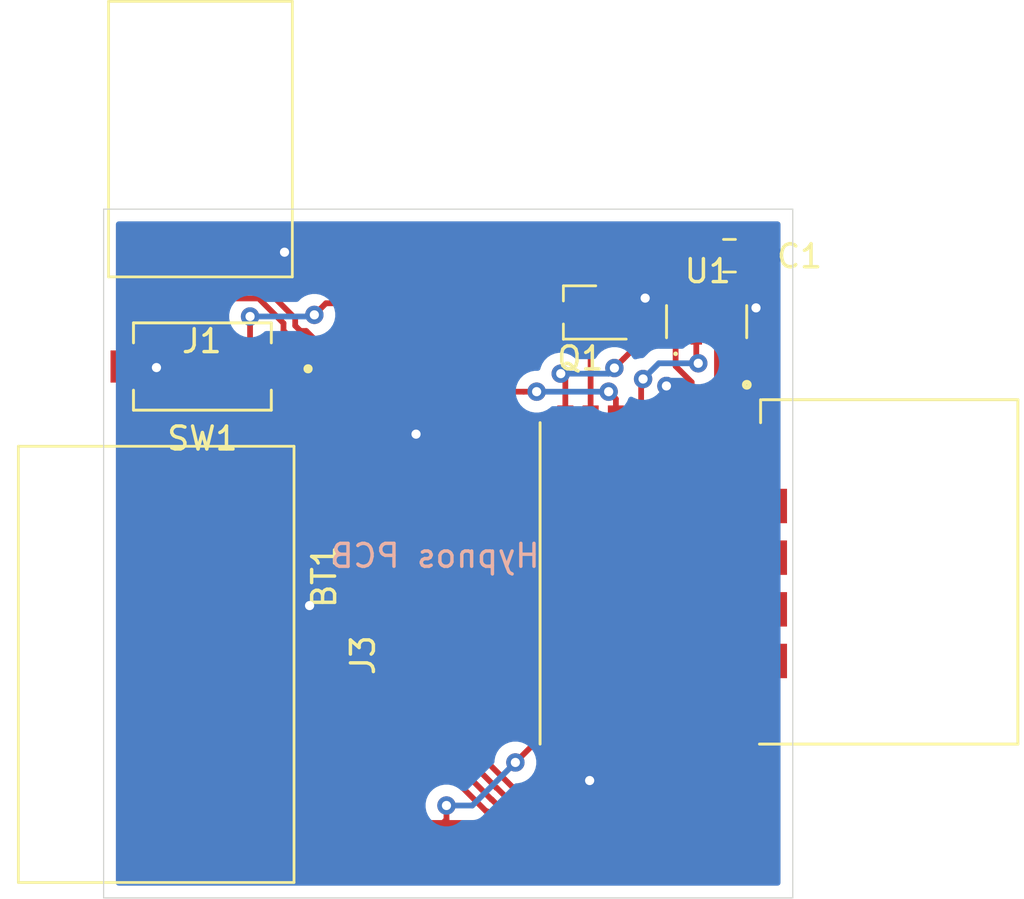
<source format=kicad_pcb>
(kicad_pcb (version 20171130) (host pcbnew 5.1.6-1.fc32)

  (general
    (thickness 0.6)
    (drawings 9)
    (tracks 137)
    (zones 0)
    (modules 8)
    (nets 67)
  )

  (page A4)
  (layers
    (0 F.Cu signal)
    (31 B.Cu signal)
    (32 B.Adhes user)
    (33 F.Adhes user)
    (34 B.Paste user)
    (35 F.Paste user)
    (36 B.SilkS user)
    (37 F.SilkS user)
    (38 B.Mask user)
    (39 F.Mask user)
    (40 Dwgs.User user)
    (41 Cmts.User user)
    (42 Eco1.User user)
    (43 Eco2.User user)
    (44 Edge.Cuts user)
    (45 Margin user)
    (46 B.CrtYd user)
    (47 F.CrtYd user)
    (48 B.Fab user)
    (49 F.Fab user)
  )

  (setup
    (last_trace_width 0.25)
    (trace_clearance 0.26)
    (zone_clearance 0.508)
    (zone_45_only no)
    (trace_min 0.2)
    (via_size 0.8)
    (via_drill 0.4)
    (via_min_size 0.4)
    (via_min_drill 0.3)
    (uvia_size 0.3)
    (uvia_drill 0.1)
    (uvias_allowed no)
    (uvia_min_size 0.2)
    (uvia_min_drill 0.1)
    (edge_width 0.05)
    (segment_width 0.2)
    (pcb_text_width 0.3)
    (pcb_text_size 1.5 1.5)
    (mod_edge_width 0.16)
    (mod_text_size 1 1)
    (mod_text_width 0.15)
    (pad_size 1.524 1.524)
    (pad_drill 0.762)
    (pad_to_mask_clearance 0.05)
    (aux_axis_origin 0 0)
    (visible_elements FFFFFF7F)
    (pcbplotparams
      (layerselection 0x010fc_ffffffff)
      (usegerberextensions false)
      (usegerberattributes true)
      (usegerberadvancedattributes true)
      (creategerberjobfile true)
      (excludeedgelayer true)
      (linewidth 0.100000)
      (plotframeref false)
      (viasonmask false)
      (mode 1)
      (useauxorigin false)
      (hpglpennumber 1)
      (hpglpenspeed 20)
      (hpglpendiameter 15.000000)
      (psnegative false)
      (psa4output false)
      (plotreference true)
      (plotvalue false)
      (plotinvisibletext false)
      (padsonsilk false)
      (subtractmaskfromsilk false)
      (outputformat 1)
      (mirror false)
      (drillshape 0)
      (scaleselection 1)
      (outputdirectory "gerbers/"))
  )

  (net 0 "")
  (net 1 GND)
  (net 2 VDD)
  (net 3 /~RESET)
  (net 4 /SWDCLK)
  (net 5 /SWDIO)
  (net 6 "Net-(SW1-Pad1)")
  (net 7 "Net-(U1-Pad8)")
  (net 8 "Net-(U1-Pad6)")
  (net 9 "Net-(U1-Pad4)")
  (net 10 "Net-(U1-Pad3)")
  (net 11 "Net-(U1-Pad2)")
  (net 12 "Net-(U1-Pad1)")
  (net 13 "Net-(U2-PadF6)")
  (net 14 "Net-(U2-PadF4)")
  (net 15 "Net-(U2-PadF5)")
  (net 16 "Net-(U2-PadE6)")
  (net 17 "Net-(U2-PadZ6)")
  (net 18 "Net-(U2-PadD6)")
  (net 19 "Net-(U2-PadC6)")
  (net 20 "Net-(U2-PadB6)")
  (net 21 "Net-(U2-PadA6)")
  (net 22 "Net-(U2-PadE0)")
  (net 23 "Net-(U2-PadE1)")
  (net 24 "Net-(U2-PadE2)")
  (net 25 "Net-(U2-PadE3)")
  (net 26 "Net-(U2-PadE4)")
  (net 27 "Net-(U2-PadE5)")
  (net 28 "Net-(U2-PadZ0)")
  (net 29 "Net-(U2-PadZ1)")
  (net 30 "Net-(U2-PadZ2)")
  (net 31 "Net-(U2-PadZ3)")
  (net 32 "Net-(U2-PadZ4)")
  (net 33 "Net-(U2-PadZ5)")
  (net 34 "Net-(U2-PadF3)")
  (net 35 "Net-(U2-PadF2)")
  (net 36 "Net-(U2-PadF1)")
  (net 37 "Net-(U2-PadF0)")
  (net 38 "Net-(U2-PadD1)")
  (net 39 "Net-(U2-PadD0)")
  (net 40 "Net-(U2-PadC0)")
  (net 41 "Net-(U2-PadC1)")
  (net 42 "Net-(U2-PadB1)")
  (net 43 "Net-(U2-PadB0)")
  (net 44 "Net-(U2-PadA0)")
  (net 45 "Net-(U2-PadA1)")
  (net 46 "Net-(U2-PadD2)")
  (net 47 "Net-(U2-PadC2)")
  (net 48 "Net-(U2-PadB2)")
  (net 49 "Net-(U2-PadA2)")
  (net 50 "Net-(U2-PadD3)")
  (net 51 "Net-(U2-PadC3)")
  (net 52 "Net-(U2-PadB3)")
  (net 53 "Net-(U2-PadA3)")
  (net 54 "Net-(U2-PadD4)")
  (net 55 "Net-(U2-PadC4)")
  (net 56 "Net-(U2-PadB4)")
  (net 57 "Net-(U2-PadA4)")
  (net 58 "Net-(U2-PadD5)")
  (net 59 "Net-(U2-PadC5)")
  (net 60 "Net-(U2-PadB5)")
  (net 61 "Net-(U2-PadA5)")
  (net 62 "Net-(U2-Pad12)")
  (net 63 /OFF_SWITCH)
  (net 64 /USER_INPUT)
  (net 65 /OFF_SWITCH_CTRL)
  (net 66 "Net-(U2-Pad13)")

  (net_class Default "This is the default net class."
    (clearance 0.26)
    (trace_width 0.25)
    (via_dia 0.8)
    (via_drill 0.4)
    (uvia_dia 0.3)
    (uvia_drill 0.1)
    (add_net /OFF_SWITCH)
    (add_net /OFF_SWITCH_CTRL)
    (add_net /SWDCLK)
    (add_net /SWDIO)
    (add_net /USER_INPUT)
    (add_net /~RESET)
    (add_net GND)
    (add_net "Net-(SW1-Pad1)")
    (add_net "Net-(U1-Pad1)")
    (add_net "Net-(U1-Pad2)")
    (add_net "Net-(U1-Pad3)")
    (add_net "Net-(U1-Pad4)")
    (add_net "Net-(U1-Pad6)")
    (add_net "Net-(U1-Pad8)")
    (add_net "Net-(U2-Pad12)")
    (add_net "Net-(U2-Pad13)")
    (add_net "Net-(U2-PadA0)")
    (add_net "Net-(U2-PadA1)")
    (add_net "Net-(U2-PadA2)")
    (add_net "Net-(U2-PadA3)")
    (add_net "Net-(U2-PadA4)")
    (add_net "Net-(U2-PadA5)")
    (add_net "Net-(U2-PadA6)")
    (add_net "Net-(U2-PadB0)")
    (add_net "Net-(U2-PadB1)")
    (add_net "Net-(U2-PadB2)")
    (add_net "Net-(U2-PadB3)")
    (add_net "Net-(U2-PadB4)")
    (add_net "Net-(U2-PadB5)")
    (add_net "Net-(U2-PadB6)")
    (add_net "Net-(U2-PadC0)")
    (add_net "Net-(U2-PadC1)")
    (add_net "Net-(U2-PadC2)")
    (add_net "Net-(U2-PadC3)")
    (add_net "Net-(U2-PadC4)")
    (add_net "Net-(U2-PadC5)")
    (add_net "Net-(U2-PadC6)")
    (add_net "Net-(U2-PadD0)")
    (add_net "Net-(U2-PadD1)")
    (add_net "Net-(U2-PadD2)")
    (add_net "Net-(U2-PadD3)")
    (add_net "Net-(U2-PadD4)")
    (add_net "Net-(U2-PadD5)")
    (add_net "Net-(U2-PadD6)")
    (add_net "Net-(U2-PadE0)")
    (add_net "Net-(U2-PadE1)")
    (add_net "Net-(U2-PadE2)")
    (add_net "Net-(U2-PadE3)")
    (add_net "Net-(U2-PadE4)")
    (add_net "Net-(U2-PadE5)")
    (add_net "Net-(U2-PadE6)")
    (add_net "Net-(U2-PadF0)")
    (add_net "Net-(U2-PadF1)")
    (add_net "Net-(U2-PadF2)")
    (add_net "Net-(U2-PadF3)")
    (add_net "Net-(U2-PadF4)")
    (add_net "Net-(U2-PadF5)")
    (add_net "Net-(U2-PadF6)")
    (add_net "Net-(U2-PadZ0)")
    (add_net "Net-(U2-PadZ1)")
    (add_net "Net-(U2-PadZ2)")
    (add_net "Net-(U2-PadZ3)")
    (add_net "Net-(U2-PadZ4)")
    (add_net "Net-(U2-PadZ5)")
    (add_net "Net-(U2-PadZ6)")
    (add_net VDD)
  )

  (module Package_TO_SOT_SMD:SOT-323_SC-70_Handsoldering (layer F.Cu) (tedit 5A02FF57) (tstamp 5ED89784)
    (at 120.75 99.5 180)
    (descr "SOT-323, SC-70 Handsoldering")
    (tags "SOT-323 SC-70 Handsoldering")
    (path /5ED7D825)
    (attr smd)
    (fp_text reference Q1 (at 0 -2) (layer F.SilkS)
      (effects (font (size 1 1) (thickness 0.15)))
    )
    (fp_text value NDS351NCT (at 0 2.05) (layer F.Fab)
      (effects (font (size 1 1) (thickness 0.15)))
    )
    (fp_text user %R (at 0 0 90) (layer F.Fab)
      (effects (font (size 0.5 0.5) (thickness 0.075)))
    )
    (fp_line (start 0.735 0.5) (end 0.735 1.16) (layer F.SilkS) (width 0.12))
    (fp_line (start 0.735 -1.17) (end 0.735 -0.5) (layer F.SilkS) (width 0.12))
    (fp_line (start 2.4 1.3) (end -2.4 1.3) (layer F.CrtYd) (width 0.05))
    (fp_line (start 2.4 -1.3) (end 2.4 1.3) (layer F.CrtYd) (width 0.05))
    (fp_line (start -2.4 -1.3) (end 2.4 -1.3) (layer F.CrtYd) (width 0.05))
    (fp_line (start -2.4 1.3) (end -2.4 -1.3) (layer F.CrtYd) (width 0.05))
    (fp_line (start 0.735 -1.16) (end -2 -1.16) (layer F.SilkS) (width 0.12))
    (fp_line (start -0.675 1.16) (end 0.735 1.16) (layer F.SilkS) (width 0.12))
    (fp_line (start 0.675 -1.1) (end -0.175 -1.1) (layer F.Fab) (width 0.1))
    (fp_line (start -0.675 -0.6) (end -0.675 1.1) (layer F.Fab) (width 0.1))
    (fp_line (start 0.675 -1.1) (end 0.675 1.1) (layer F.Fab) (width 0.1))
    (fp_line (start 0.675 1.1) (end -0.675 1.1) (layer F.Fab) (width 0.1))
    (fp_line (start -0.175 -1.1) (end -0.675 -0.6) (layer F.Fab) (width 0.1))
    (pad 3 smd rect (at 1.33 0 90) (size 0.45 1.5) (layers F.Cu F.Paste F.Mask)
      (net 63 /OFF_SWITCH))
    (pad 2 smd rect (at -1.33 0.65 90) (size 0.45 1.5) (layers F.Cu F.Paste F.Mask)
      (net 1 GND))
    (pad 1 smd rect (at -1.33 -0.65 90) (size 0.45 1.5) (layers F.Cu F.Paste F.Mask)
      (net 65 /OFF_SWITCH_CTRL))
    (model ${KISYS3DMOD}/Package_TO_SOT_SMD.3dshapes/SOT-323_SC-70.wrl
      (at (xyz 0 0 0))
      (scale (xyz 1 1 1))
      (rotate (xyz 0 0 0))
    )
  )

  (module Hypnos:Conn-Female-RightAnglex7-SMD (layer F.Cu) (tedit 5EDEEC54) (tstamp 5EDDAD6D)
    (at 107.188 122.428 90)
    (path /5EDC7824)
    (fp_text reference J3 (at 8 4.1 90) (layer F.SilkS)
      (effects (font (size 1 1) (thickness 0.15)))
    )
    (fp_text value Debug_Conn (at 7.5 2.2 90) (layer F.Fab)
      (effects (font (size 1 1) (thickness 0.15)))
    )
    (fp_line (start -1.9 1.1) (end -1.9 -10.9) (layer F.SilkS) (width 0.12))
    (fp_line (start -1.9 -10.9) (end 17.1 -10.9) (layer F.SilkS) (width 0.12))
    (fp_line (start 17.1 -10.9) (end 17.1 1.1) (layer F.SilkS) (width 0.12))
    (fp_line (start 17.1 1.1) (end -1.9 1.1) (layer F.SilkS) (width 0.12))
    (pad 7 smd rect (at 15.24 0 90) (size 1.02 2) (layers F.Cu F.Paste F.Mask)
      (net 2 VDD))
    (pad 6 smd rect (at 12.7 0 90) (size 1.02 2) (layers F.Cu F.Paste F.Mask)
      (net 1 GND))
    (pad 5 smd rect (at 10.16 0 90) (size 1.02 2) (layers F.Cu F.Paste F.Mask)
      (net 1 GND))
    (pad 4 smd rect (at 7.62 0 90) (size 1.02 2) (layers F.Cu F.Paste F.Mask)
      (net 3 /~RESET))
    (pad 3 smd rect (at 5.08 0 90) (size 1.02 2) (layers F.Cu F.Paste F.Mask)
      (net 4 /SWDCLK))
    (pad 2 smd rect (at 2.54 0 90) (size 1.02 2) (layers F.Cu F.Paste F.Mask)
      (net 5 /SWDIO))
    (pad 1 smd rect (at 0 0 90) (size 1.02 2) (layers F.Cu F.Paste F.Mask)
      (net 2 VDD))
  )

  (module Hypnos:Conn-Female-RightAnglex3-SMD (layer F.Cu) (tedit 5EDEEC4D) (tstamp 5EDDBD0A)
    (at 101.675 96.85)
    (path /5EDAA176)
    (fp_text reference J1 (at 2.6 3.9) (layer F.SilkS)
      (effects (font (size 1 1) (thickness 0.15)))
    )
    (fp_text value Motherboard_IO (at 2.7 2.2) (layer F.Fab)
      (effects (font (size 1 1) (thickness 0.15)))
    )
    (fp_line (start 6.54 1.1) (end -1.46 1.1) (layer F.SilkS) (width 0.12))
    (fp_line (start 6.54 -10.9) (end 6.54 1.1) (layer F.SilkS) (width 0.12))
    (fp_line (start -1.46 -10.9) (end 6.54 -10.9) (layer F.SilkS) (width 0.12))
    (fp_line (start -1.46 1.1) (end -1.46 -10.9) (layer F.SilkS) (width 0.12))
    (pad 3 smd rect (at 5.08 0) (size 1.02 2) (layers F.Cu F.Paste F.Mask)
      (net 1 GND))
    (pad 2 smd rect (at 2.54 0) (size 1.02 2) (layers F.Cu F.Paste F.Mask)
      (net 63 /OFF_SWITCH))
    (pad 1 smd rect (at 0 0) (size 1.02 2) (layers F.Cu F.Paste F.Mask)
      (net 64 /USER_INPUT))
  )

  (module Hypnos:BT840F (layer F.Cu) (tedit 5ED58493) (tstamp 5EDDB7DD)
    (at 129.4 110.8 270)
    (path /5ED5A9EF)
    (fp_text reference U2 (at 0.2 6.3 90) (layer F.SilkS) hide
      (effects (font (size 1 1) (thickness 0.15)))
    )
    (fp_text value BT840F (at 0.635 12.065 90) (layer F.Fab)
      (effects (font (size 1 1) (thickness 0.015)))
    )
    (fp_circle (center -8.15 1.4) (end -8.038197 1.4) (layer F.Fab) (width 0.2))
    (fp_line (start 7.5 -10.4) (end 7.5 0.85) (layer F.Fab) (width 0.127))
    (fp_line (start -7.5 -10.4) (end 7.5 -10.4) (layer F.Fab) (width 0.127))
    (fp_line (start -7.5 0.73) (end -7.5 -10.4) (layer F.Fab) (width 0.127))
    (fp_line (start -6.5 0.8) (end -7.5 0.8) (layer F.Fab) (width 0.127))
    (fp_line (start 7.50302 -5.6) (end 7.5 0.85) (layer F.Fab) (width 0.001))
    (fp_line (start 7.5 10.4) (end -6.5 10.4) (layer F.SilkS) (width 0.127))
    (fp_line (start 8.5 1) (end 8.5 10.65) (layer F.CrtYd) (width 0.05))
    (fp_line (start 7.75 1) (end 8.5 1) (layer F.CrtYd) (width 0.05))
    (fp_line (start 7.75 -10.65) (end 7.75 1) (layer F.CrtYd) (width 0.05))
    (fp_line (start 8.5 10.65) (end -7.5 10.65) (layer F.CrtYd) (width 0.05))
    (fp_line (start -7.75 -10.65) (end 7.75 -10.65) (layer F.CrtYd) (width 0.05))
    (fp_line (start -7.75 1.08) (end -7.75 -10.65) (layer F.CrtYd) (width 0.05))
    (fp_line (start -7.5 1.08) (end -7.75 1.08) (layer F.CrtYd) (width 0.05))
    (fp_line (start -7.5 10.65) (end -7.5 1.08) (layer F.CrtYd) (width 0.05))
    (fp_circle (center -8.15 1.4) (end -8.038197 1.4) (layer F.SilkS) (width 0.2))
    (fp_poly (pts (xy -7.4 -10.29) (xy 7.4 -10.29) (xy 7.4 -0.6) (xy -7.4 -0.6)) (layer Dwgs.User) (width 0.01))
    (fp_poly (pts (xy -7.4 -10.29) (xy 7.4 -10.29) (xy 7.4 -0.6) (xy -7.4 -0.6)) (layer Dwgs.User) (width 0.01))
    (fp_poly (pts (xy -7.4 -10.29) (xy 7.4 -10.29) (xy 7.4 -0.6) (xy -7.4 -0.6)) (layer Dwgs.User) (width 0.01))
    (fp_line (start 7.5 -10.4) (end 7.5 0.85) (layer F.SilkS) (width 0.127))
    (fp_line (start -7.5 -10.4) (end 7.5 -10.4) (layer F.SilkS) (width 0.127))
    (fp_line (start -7.5 0.73) (end -7.5 -10.4) (layer F.SilkS) (width 0.127))
    (fp_line (start -6.5 0.8) (end -7.5 0.8) (layer F.SilkS) (width 0.127))
    (fp_line (start 7.5 10.4) (end -6.5 10.4) (layer F.Fab) (width 0.127))
    (fp_line (start 7.5 0.85) (end 7.5 10.4) (layer F.Fab) (width 0.127))
    (fp_line (start -6.5 10.4) (end -6.5 0.8) (layer F.Fab) (width 0.127))
    (fp_line (start 7.50302 -5.6) (end 7.5 0.85) (layer F.SilkS) (width 0.001))
    (fp_line (start 7.50048 9.81072) (end 7.50048 10.3898) (layer F.Fab) (width 0.001))
    (fp_line (start -6.50508 10.3975) (end -6.50508 9.8793) (layer F.Fab) (width 0.001))
    (fp_text user BT840 (at -2.14 -7.2 90) (layer F.SilkS) hide
      (effects (font (size 1 1) (thickness 0.015)))
    )
    (pad F6 smd rect (at 5.75 9.6 270) (size 0.6 0.6) (layers F.Cu F.Paste F.Mask)
      (net 13 "Net-(U2-PadF6)"))
    (pad F4 smd circle (at 5.75 7.2 270) (size 0.6 0.6) (layers F.Cu F.Paste F.Mask)
      (net 14 "Net-(U2-PadF4)"))
    (pad F5 smd circle (at 5.75 8.4 270) (size 0.6 0.6) (layers F.Cu F.Paste F.Mask)
      (net 15 "Net-(U2-PadF5)"))
    (pad E6 smd circle (at 4.25 9.6 270) (size 0.6 0.6) (layers F.Cu F.Paste F.Mask)
      (net 16 "Net-(U2-PadE6)"))
    (pad Z6 smd circle (at -3.25 9.6 270) (size 0.6 0.6) (layers F.Cu F.Paste F.Mask)
      (net 17 "Net-(U2-PadZ6)"))
    (pad D6 smd circle (at 2.75 9.6 270) (size 0.6 0.6) (layers F.Cu F.Paste F.Mask)
      (net 18 "Net-(U2-PadD6)"))
    (pad C6 smd circle (at 1.25 9.6 270) (size 0.6 0.6) (layers F.Cu F.Paste F.Mask)
      (net 19 "Net-(U2-PadC6)"))
    (pad B6 smd circle (at -0.25 9.6 270) (size 0.6 0.6) (layers F.Cu F.Paste F.Mask)
      (net 20 "Net-(U2-PadB6)"))
    (pad A6 smd circle (at -1.75 9.6 270) (size 0.6 0.6) (layers F.Cu F.Paste F.Mask)
      (net 21 "Net-(U2-PadA6)"))
    (pad E0 smd circle (at 4.25 2.4 270) (size 0.6 0.6) (layers F.Cu F.Paste F.Mask)
      (net 22 "Net-(U2-PadE0)"))
    (pad E1 smd circle (at 4.25 3.6 270) (size 0.6 0.6) (layers F.Cu F.Paste F.Mask)
      (net 23 "Net-(U2-PadE1)"))
    (pad E2 smd circle (at 4.25 4.8 270) (size 0.6 0.6) (layers F.Cu F.Paste F.Mask)
      (net 24 "Net-(U2-PadE2)"))
    (pad E3 smd circle (at 4.25 6 270) (size 0.6 0.6) (layers F.Cu F.Paste F.Mask)
      (net 25 "Net-(U2-PadE3)"))
    (pad E4 smd circle (at 4.25 7.2 270) (size 0.6 0.6) (layers F.Cu F.Paste F.Mask)
      (net 26 "Net-(U2-PadE4)"))
    (pad E5 smd circle (at 4.25 8.4 270) (size 0.6 0.6) (layers F.Cu F.Paste F.Mask)
      (net 27 "Net-(U2-PadE5)"))
    (pad Z0 smd circle (at -3.25 2.4 270) (size 0.6 0.6) (layers F.Cu F.Paste F.Mask)
      (net 28 "Net-(U2-PadZ0)"))
    (pad Z1 smd circle (at -3.25 3.6 270) (size 0.6 0.6) (layers F.Cu F.Paste F.Mask)
      (net 29 "Net-(U2-PadZ1)"))
    (pad Z2 smd circle (at -3.25 4.8 270) (size 0.6 0.6) (layers F.Cu F.Paste F.Mask)
      (net 30 "Net-(U2-PadZ2)"))
    (pad Z3 smd circle (at -3.25 6 270) (size 0.6 0.6) (layers F.Cu F.Paste F.Mask)
      (net 31 "Net-(U2-PadZ3)"))
    (pad Z4 smd circle (at -3.25 7.2 270) (size 0.6 0.6) (layers F.Cu F.Paste F.Mask)
      (net 32 "Net-(U2-PadZ4)"))
    (pad Z5 smd circle (at -3.25 8.4 270) (size 0.6 0.6) (layers F.Cu F.Paste F.Mask)
      (net 33 "Net-(U2-PadZ5)"))
    (pad F3 smd rect (at 3.88 0.4 270) (size 1.5 1.5) (layers F.Cu F.Paste F.Mask)
      (net 34 "Net-(U2-PadF3)"))
    (pad F2 smd rect (at 1.63 0.4 270) (size 1.5 1.5) (layers F.Cu F.Paste F.Mask)
      (net 35 "Net-(U2-PadF2)"))
    (pad F1 smd rect (at -0.62 0.4 270) (size 1.5 1.5) (layers F.Cu F.Paste F.Mask)
      (net 36 "Net-(U2-PadF1)"))
    (pad F0 smd rect (at -2.87 0.4 270) (size 1.5 1.5) (layers F.Cu F.Paste F.Mask)
      (net 37 "Net-(U2-PadF0)"))
    (pad D1 smd circle (at 2.75 3.6 270) (size 0.6 0.6) (layers F.Cu F.Paste F.Mask)
      (net 38 "Net-(U2-PadD1)"))
    (pad D0 smd circle (at 2.75 2.4 270) (size 0.6 0.6) (layers F.Cu F.Paste F.Mask)
      (net 39 "Net-(U2-PadD0)"))
    (pad C0 smd circle (at 1.25 2.4 270) (size 0.6 0.6) (layers F.Cu F.Paste F.Mask)
      (net 40 "Net-(U2-PadC0)"))
    (pad C1 smd circle (at 1.25 3.6 270) (size 0.6 0.6) (layers F.Cu F.Paste F.Mask)
      (net 41 "Net-(U2-PadC1)"))
    (pad B1 smd circle (at -0.25 3.6 270) (size 0.6 0.6) (layers F.Cu F.Paste F.Mask)
      (net 42 "Net-(U2-PadB1)"))
    (pad B0 smd circle (at -0.25 2.4 270) (size 0.6 0.6) (layers F.Cu F.Paste F.Mask)
      (net 43 "Net-(U2-PadB0)"))
    (pad A0 smd circle (at -1.75 2.4 270) (size 0.6 0.6) (layers F.Cu F.Paste F.Mask)
      (net 44 "Net-(U2-PadA0)"))
    (pad A1 smd circle (at -1.75 3.6 270) (size 0.6 0.6) (layers F.Cu F.Paste F.Mask)
      (net 45 "Net-(U2-PadA1)"))
    (pad D2 smd circle (at 2.75 4.8 270) (size 0.6 0.6) (layers F.Cu F.Paste F.Mask)
      (net 46 "Net-(U2-PadD2)"))
    (pad C2 smd circle (at 1.25 4.8 270) (size 0.6 0.6) (layers F.Cu F.Paste F.Mask)
      (net 47 "Net-(U2-PadC2)"))
    (pad B2 smd circle (at -0.25 4.8 270) (size 0.6 0.6) (layers F.Cu F.Paste F.Mask)
      (net 48 "Net-(U2-PadB2)"))
    (pad A2 smd circle (at -1.75 4.8 270) (size 0.6 0.6) (layers F.Cu F.Paste F.Mask)
      (net 49 "Net-(U2-PadA2)"))
    (pad D3 smd circle (at 2.75 6 270) (size 0.6 0.6) (layers F.Cu F.Paste F.Mask)
      (net 50 "Net-(U2-PadD3)"))
    (pad C3 smd circle (at 1.25 6 270) (size 0.6 0.6) (layers F.Cu F.Paste F.Mask)
      (net 51 "Net-(U2-PadC3)"))
    (pad B3 smd circle (at -0.25 6 270) (size 0.6 0.6) (layers F.Cu F.Paste F.Mask)
      (net 52 "Net-(U2-PadB3)"))
    (pad A3 smd circle (at -1.75 6 270) (size 0.6 0.6) (layers F.Cu F.Paste F.Mask)
      (net 53 "Net-(U2-PadA3)"))
    (pad D4 smd circle (at 2.75 7.2 270) (size 0.6 0.6) (layers F.Cu F.Paste F.Mask)
      (net 54 "Net-(U2-PadD4)"))
    (pad C4 smd circle (at 1.25 7.2 270) (size 0.6 0.6) (layers F.Cu F.Paste F.Mask)
      (net 55 "Net-(U2-PadC4)"))
    (pad B4 smd circle (at -0.25 7.2 270) (size 0.6 0.6) (layers F.Cu F.Paste F.Mask)
      (net 56 "Net-(U2-PadB4)"))
    (pad A4 smd circle (at -1.75 7.2 270) (size 0.6 0.6) (layers F.Cu F.Paste F.Mask)
      (net 57 "Net-(U2-PadA4)"))
    (pad D5 smd circle (at 2.75 8.4 270) (size 0.6 0.6) (layers F.Cu F.Paste F.Mask)
      (net 58 "Net-(U2-PadD5)"))
    (pad C5 smd circle (at 1.25 8.4 270) (size 0.6 0.6) (layers F.Cu F.Paste F.Mask)
      (net 59 "Net-(U2-PadC5)"))
    (pad B5 smd circle (at -0.25 8.4 270) (size 0.6 0.6) (layers F.Cu F.Paste F.Mask)
      (net 60 "Net-(U2-PadB5)"))
    (pad A5 smd circle (at -1.75 8.4 270) (size 0.6 0.6) (layers F.Cu F.Paste F.Mask)
      (net 61 "Net-(U2-PadA5)"))
    (pad 16 smd rect (at 7.5 1.6 270) (size 1.5 0.7) (layers F.Cu F.Paste F.Mask)
      (net 5 /SWDIO))
    (pad 15 smd rect (at 7.5 2.7 270) (size 1.5 0.7) (layers F.Cu F.Paste F.Mask)
      (net 4 /SWDCLK))
    (pad 14 smd rect (at 7.5 3.8 270) (size 1.5 0.7) (layers F.Cu F.Paste F.Mask)
      (net 3 /~RESET))
    (pad 13 smd rect (at 7.5 4.9 270) (size 1.5 0.7) (layers F.Cu F.Paste F.Mask)
      (net 66 "Net-(U2-Pad13)"))
    (pad 12 smd rect (at 7.5 6 270) (size 1.5 0.7) (layers F.Cu F.Paste F.Mask)
      (net 62 "Net-(U2-Pad12)"))
    (pad 11 smd rect (at 7.5 7.1 270) (size 1.5 0.7) (layers F.Cu F.Paste F.Mask)
      (net 6 "Net-(SW1-Pad1)"))
    (pad 10 smd rect (at 7.5 8.2 270) (size 1.5 0.7) (layers F.Cu F.Paste F.Mask)
      (net 1 GND))
    (pad 9 smd rect (at 7.5 9.3 270) (size 1.5 0.7) (layers F.Cu F.Paste F.Mask)
      (net 2 VDD))
    (pad 8 smd rect (at -6.5 9.3 270) (size 1.5 0.7) (layers F.Cu F.Paste F.Mask)
      (net 7 "Net-(U1-Pad8)"))
    (pad 7 smd rect (at -6.5 8.2 270) (size 1.5 0.7) (layers F.Cu F.Paste F.Mask)
      (net 65 /OFF_SWITCH_CTRL))
    (pad 6 smd rect (at -6.5 7.1 270) (size 1.5 0.7) (layers F.Cu F.Paste F.Mask)
      (net 64 /USER_INPUT))
    (pad 5 smd rect (at -6.5 6 270) (size 1.5 0.7) (layers F.Cu F.Paste F.Mask)
      (net 11 "Net-(U1-Pad2)"))
    (pad 4 smd rect (at -6.5 4.9 270) (size 1.5 0.7) (layers F.Cu F.Paste F.Mask)
      (net 1 GND))
    (pad 3 smd rect (at -6.5 3.8 270) (size 1.5 0.7) (layers F.Cu F.Paste F.Mask)
      (net 12 "Net-(U1-Pad1)"))
    (pad 2 smd rect (at -6.5 2.7 270) (size 1.5 0.7) (layers F.Cu F.Paste F.Mask)
      (net 10 "Net-(U1-Pad3)"))
    (pad 1 smd rect (at -6.5 1.6 270) (size 1.5 0.7) (layers F.Cu F.Paste F.Mask)
      (net 9 "Net-(U1-Pad4)"))
  )

  (module Hypnos:RV-3028-C7 (layer F.Cu) (tedit 5ED58A64) (tstamp 5EDD6933)
    (at 126.25 99.9 90)
    (path /5ED7C23D)
    (fp_text reference U1 (at 2.2 0.05 180) (layer F.SilkS)
      (effects (font (size 1 1) (thickness 0.15)))
    )
    (fp_text value RV-3028-C7 (at 0.3 2.2 90) (layer F.Fab)
      (effects (font (size 0.32025 0.32025) (thickness 0.015)))
    )
    (fp_circle (center -0.45 -1.35) (end -0.4 -1.35) (layer F.Fab) (width 0.1))
    (fp_circle (center -1.4 -1.35) (end -1.35 -1.35) (layer F.SilkS) (width 0.1))
    (fp_line (start 1.25 1.85) (end 1.25 -1.85) (layer F.CrtYd) (width 0.05))
    (fp_line (start -1.25 1.85) (end 1.25 1.85) (layer F.CrtYd) (width 0.05))
    (fp_line (start -1.25 -1.85) (end -1.25 1.85) (layer F.CrtYd) (width 0.05))
    (fp_line (start 1.25 -1.85) (end -1.25 -1.85) (layer F.CrtYd) (width 0.05))
    (fp_line (start 0.7 1.745) (end -0.7 1.745) (layer F.SilkS) (width 0.127))
    (fp_line (start 0.7 -1.745) (end -0.7 -1.745) (layer F.SilkS) (width 0.127))
    (fp_line (start -0.75 -1.6) (end 0.75 -1.6) (layer F.Fab) (width 0.127))
    (fp_line (start -0.75 1.6) (end -0.75 -1.6) (layer F.Fab) (width 0.127))
    (fp_line (start 0.75 1.6) (end -0.75 1.6) (layer F.Fab) (width 0.127))
    (fp_line (start 0.75 -1.6) (end 0.75 1.6) (layer F.Fab) (width 0.127))
    (pad 8 smd rect (at 0.6 -1.35 90) (size 0.8 0.5) (layers F.Cu F.Paste F.Mask)
      (net 7 "Net-(U1-Pad8)"))
    (pad 7 smd rect (at 0.6 -0.45 90) (size 0.8 0.5) (layers F.Cu F.Paste F.Mask)
      (net 2 VDD))
    (pad 6 smd rect (at 0.6 0.45 90) (size 0.8 0.5) (layers F.Cu F.Paste F.Mask)
      (net 8 "Net-(U1-Pad6)"))
    (pad 5 smd rect (at 0.6 1.35 90) (size 0.8 0.5) (layers F.Cu F.Paste F.Mask)
      (net 1 GND))
    (pad 4 smd rect (at -0.6 1.35 90) (size 0.8 0.5) (layers F.Cu F.Paste F.Mask)
      (net 9 "Net-(U1-Pad4)"))
    (pad 3 smd rect (at -0.6 0.45 90) (size 0.8 0.5) (layers F.Cu F.Paste F.Mask)
      (net 10 "Net-(U1-Pad3)"))
    (pad 2 smd rect (at -0.6 -0.45 90) (size 0.8 0.5) (layers F.Cu F.Paste F.Mask)
      (net 11 "Net-(U1-Pad2)"))
    (pad 1 smd rect (at -0.6 -1.35 90) (size 0.8 0.5) (layers F.Cu F.Paste F.Mask)
      (net 12 "Net-(U1-Pad1)"))
  )

  (module Hypnos:SW_KSR223GLFG (layer F.Cu) (tedit 5ED80864) (tstamp 5EDF4DE1)
    (at 104.3 101.854 180)
    (descr "Switch Tactile N.O. SPST Round Button Gull Wing 0.01A 32VDC 0.2VA 200000Cycles 2N SMD Automotive T/R")
    (path /5ED86397)
    (fp_text reference SW1 (at 0 -3.135) (layer F.SilkS)
      (effects (font (size 1 1) (thickness 0.15)))
    )
    (fp_text value Reset_Switch (at 4.055 3.165) (layer F.Fab)
      (effects (font (size 1 1) (thickness 0.015)))
    )
    (fp_circle (center -4.6 -0.1) (end -4.5 -0.1) (layer F.Fab) (width 0.2))
    (fp_circle (center -4.6 -0.1) (end -4.5 -0.1) (layer F.SilkS) (width 0.2))
    (fp_line (start -4.25 2.15) (end -4.25 -2.15) (layer F.CrtYd) (width 0.05))
    (fp_line (start 4.25 2.15) (end -4.25 2.15) (layer F.CrtYd) (width 0.05))
    (fp_line (start 4.25 -2.15) (end 4.25 2.15) (layer F.CrtYd) (width 0.05))
    (fp_line (start -4.25 -2.15) (end 4.25 -2.15) (layer F.CrtYd) (width 0.05))
    (fp_line (start 3 1.9) (end 3 1.03) (layer F.SilkS) (width 0.127))
    (fp_line (start -3 1.9) (end 3 1.9) (layer F.SilkS) (width 0.127))
    (fp_line (start -3 1.03) (end -3 1.9) (layer F.SilkS) (width 0.127))
    (fp_line (start 3 -1.9) (end 3 -1.03) (layer F.SilkS) (width 0.127))
    (fp_line (start -3 -1.9) (end 3 -1.9) (layer F.SilkS) (width 0.127))
    (fp_line (start -3 -1.03) (end -3 -1.9) (layer F.SilkS) (width 0.127))
    (fp_line (start -3 1.9) (end -3 -1.9) (layer F.Fab) (width 0.127))
    (fp_line (start 3 1.9) (end -3 1.9) (layer F.Fab) (width 0.127))
    (fp_line (start 3 -1.9) (end 3 1.9) (layer F.Fab) (width 0.127))
    (fp_line (start -3 -1.9) (end 3 -1.9) (layer F.Fab) (width 0.127))
    (pad 2 smd rect (at 3.5 0 180) (size 1 1.4) (layers F.Cu F.Paste F.Mask)
      (net 1 GND))
    (pad 1 smd rect (at -3.5 0 180) (size 1 1.4) (layers F.Cu F.Paste F.Mask)
      (net 6 "Net-(SW1-Pad1)"))
  )

  (module Capacitor_SMD:C_0805_2012Metric_Pad1.15x1.40mm_HandSolder (layer F.Cu) (tedit 5B36C52B) (tstamp 5EDDC260)
    (at 127.245 97.028)
    (descr "Capacitor SMD 0805 (2012 Metric), square (rectangular) end terminal, IPC_7351 nominal with elongated pad for handsoldering. (Body size source: https://docs.google.com/spreadsheets/d/1BsfQQcO9C6DZCsRaXUlFlo91Tg2WpOkGARC1WS5S8t0/edit?usp=sharing), generated with kicad-footprint-generator")
    (tags "capacitor handsolder")
    (path /5EE70925)
    (attr smd)
    (fp_text reference C1 (at 3.05 0.025) (layer F.SilkS)
      (effects (font (size 1 1) (thickness 0.15)))
    )
    (fp_text value 100n (at 0 1.65) (layer F.Fab)
      (effects (font (size 1 1) (thickness 0.15)))
    )
    (fp_line (start 1.85 0.95) (end -1.85 0.95) (layer F.CrtYd) (width 0.05))
    (fp_line (start 1.85 -0.95) (end 1.85 0.95) (layer F.CrtYd) (width 0.05))
    (fp_line (start -1.85 -0.95) (end 1.85 -0.95) (layer F.CrtYd) (width 0.05))
    (fp_line (start -1.85 0.95) (end -1.85 -0.95) (layer F.CrtYd) (width 0.05))
    (fp_line (start -0.261252 0.71) (end 0.261252 0.71) (layer F.SilkS) (width 0.12))
    (fp_line (start -0.261252 -0.71) (end 0.261252 -0.71) (layer F.SilkS) (width 0.12))
    (fp_line (start 1 0.6) (end -1 0.6) (layer F.Fab) (width 0.1))
    (fp_line (start 1 -0.6) (end 1 0.6) (layer F.Fab) (width 0.1))
    (fp_line (start -1 -0.6) (end 1 -0.6) (layer F.Fab) (width 0.1))
    (fp_line (start -1 0.6) (end -1 -0.6) (layer F.Fab) (width 0.1))
    (fp_text user %R (at 0 0) (layer F.Fab)
      (effects (font (size 1 1) (thickness 0.15)))
    )
    (pad 2 smd roundrect (at 1.025 0) (size 1.15 1.4) (layers F.Cu F.Paste F.Mask) (roundrect_rratio 0.217391)
      (net 1 GND))
    (pad 1 smd roundrect (at -1.025 0) (size 1.15 1.4) (layers F.Cu F.Paste F.Mask) (roundrect_rratio 0.217391)
      (net 2 VDD))
    (model ${KISYS3DMOD}/Capacitor_SMD.3dshapes/C_0805_2012Metric.wrl
      (at (xyz 0 0 0))
      (scale (xyz 1 1 1))
      (rotate (xyz 0 0 0))
    )
  )

  (module Hypnos:BC-2003-TR (layer F.Cu) (tedit 5ED82CBC) (tstamp 5ED8BD84)
    (at 113.6 111.005 270)
    (path /5ED85647)
    (fp_text reference BT1 (at 0 4 90) (layer F.SilkS)
      (effects (font (size 1 1) (thickness 0.15)))
    )
    (fp_text value BC-2003-TR (at 0 -4 90) (layer F.Fab)
      (effects (font (size 1 1) (thickness 0.15)))
    )
    (fp_line (start -13.5 -5) (end -13.5 5) (layer B.CrtYd) (width 0.12))
    (fp_line (start 13.5 -5) (end 13.5 5) (layer B.CrtYd) (width 0.12))
    (fp_line (start -13.5 -5) (end 13.5 -5) (layer B.CrtYd) (width 0.12))
    (fp_line (start -13.5 5) (end 13.5 5) (layer B.CrtYd) (width 0.12))
    (pad 2 smd rect (at 0 0 270) (size 10.605 5.56) (layers F.Cu F.Paste F.Mask)
      (net 1 GND))
    (pad 3 smd rect (at 11.905 0 270) (size 2.6 5.56) (layers F.Cu F.Paste F.Mask)
      (net 2 VDD))
    (pad 1 smd rect (at -11.905 0 270) (size 2.6 5.56) (layers F.Cu F.Paste F.Mask)
      (net 2 VDD))
  )

  (gr_text "Hypnos PCB\n" (at 114.425 110.1) (layer B.SilkS)
    (effects (font (size 1 1) (thickness 0.15)) (justify mirror))
  )
  (gr_line (start 100 95) (end 100 125) (layer Edge.Cuts) (width 0.05) (tstamp 5EDDB65D))
  (gr_line (start 100 125) (end 130 125) (layer Edge.Cuts) (width 0.05) (tstamp 5EDDB65A))
  (gr_line (start 100 125) (end 130 125) (layer Dwgs.User) (width 0.15))
  (gr_line (start 130 95) (end 100 95) (layer Edge.Cuts) (width 0.05) (tstamp 5EDDB64C))
  (gr_line (start 130 95) (end 130 125) (layer Edge.Cuts) (width 0.05))
  (gr_line (start 100 125) (end 100 95) (layer Dwgs.User) (width 0.15) (tstamp 5EDD536C))
  (gr_line (start 130 125) (end 130 95) (layer Dwgs.User) (width 0.15) (tstamp 5ED8BE0B))
  (gr_line (start 100 95) (end 130 95) (layer Dwgs.User) (width 0.15))

  (segment (start 114.3 110.3) (end 115.25 111.25) (width 0.25) (layer F.Cu) (net 1) (status 30))
  (segment (start 115.25 111.25) (end 115.25 112.25) (width 0.25) (layer F.Cu) (net 1) (status 30))
  (via (at 113.6 104.8) (size 0.8) (drill 0.4) (layers F.Cu B.Cu) (net 1))
  (segment (start 113.6 111.005) (end 113.6 104.8) (width 0.25) (layer F.Cu) (net 1))
  (via (at 124.5 102.7) (size 0.8) (drill 0.4) (layers F.Cu B.Cu) (net 1))
  (segment (start 124.5 104.3) (end 124.5 102.7) (width 0.25) (layer F.Cu) (net 1))
  (via (at 102.3 101.9) (size 0.8) (drill 0.4) (layers F.Cu B.Cu) (net 1))
  (segment (start 100.8 101.9) (end 102.3 101.9) (width 0.25) (layer F.Cu) (net 1))
  (via (at 128.4 99.3) (size 0.8) (drill 0.4) (layers F.Cu B.Cu) (net 1))
  (segment (start 127.6 99.3) (end 128.4 99.3) (width 0.25) (layer F.Cu) (net 1))
  (via (at 107.875 96.875) (size 0.8) (drill 0.4) (layers F.Cu B.Cu) (net 1))
  (segment (start 106.6 96.875) (end 107.875 96.875) (width 0.25) (layer F.Cu) (net 1))
  (via (at 123.575 98.875) (size 0.8) (drill 0.4) (layers F.Cu B.Cu) (net 1))
  (segment (start 123.55 98.85) (end 123.575 98.875) (width 0.25) (layer F.Cu) (net 1))
  (segment (start 122.08 98.85) (end 123.55 98.85) (width 0.25) (layer F.Cu) (net 1))
  (via (at 121.158 119.888) (size 0.8) (drill 0.4) (layers F.Cu B.Cu) (net 1))
  (segment (start 121.2 119.846) (end 121.158 119.888) (width 0.25) (layer F.Cu) (net 1))
  (segment (start 121.2 118.3) (end 121.2 119.846) (width 0.25) (layer F.Cu) (net 1))
  (segment (start 128.27 98.63) (end 127.6 99.3) (width 0.25) (layer F.Cu) (net 1))
  (segment (start 128.27 97.028) (end 128.27 98.63) (width 0.25) (layer F.Cu) (net 1))
  (via (at 108.966 112.268) (size 0.8) (drill 0.4) (layers F.Cu B.Cu) (net 1))
  (segment (start 107.188 112.268) (end 108.966 112.268) (width 0.25) (layer F.Cu) (net 1))
  (segment (start 107.188 109.728) (end 107.188 112.268) (width 0.25) (layer F.Cu) (net 1))
  (segment (start 115.095 123) (end 115.25 123.155) (width 0.25) (layer F.Cu) (net 2) (status 30))
  (segment (start 125.8 99.3) (end 125.8 98.65) (width 0.25) (layer F.Cu) (net 2))
  (segment (start 113.37 122.68) (end 113.6 122.91) (width 0.25) (layer F.Cu) (net 2))
  (via (at 106.375 99.675) (size 0.8) (drill 0.4) (layers F.Cu B.Cu) (net 2))
  (segment (start 106.375 103.5) (end 106.375 99.675) (width 0.25) (layer F.Cu) (net 2))
  (segment (start 109.102696 99.675) (end 109.17333 99.604366) (width 0.25) (layer B.Cu) (net 2))
  (via (at 109.17333 99.604366) (size 0.8) (drill 0.4) (layers F.Cu B.Cu) (net 2))
  (segment (start 106.375 99.675) (end 109.102696 99.675) (width 0.25) (layer B.Cu) (net 2))
  (segment (start 109.677696 99.1) (end 113.6 99.1) (width 0.25) (layer F.Cu) (net 2))
  (segment (start 109.17333 99.604366) (end 109.677696 99.1) (width 0.25) (layer F.Cu) (net 2))
  (via (at 117.925 119.1) (size 0.8) (drill 0.4) (layers F.Cu B.Cu) (net 2))
  (segment (start 114.925 120.975) (end 114.925 121.585) (width 0.25) (layer F.Cu) (net 2))
  (segment (start 114.925 121.585) (end 113.6 122.91) (width 0.25) (layer F.Cu) (net 2))
  (segment (start 117.925 119.1) (end 116.05 120.975) (width 0.25) (layer B.Cu) (net 2))
  (via (at 114.925 120.975) (size 0.8) (drill 0.4) (layers F.Cu B.Cu) (net 2))
  (segment (start 116.05 120.975) (end 114.925 120.975) (width 0.25) (layer B.Cu) (net 2))
  (segment (start 118.725 118.3) (end 117.925 119.1) (width 0.25) (layer F.Cu) (net 2))
  (segment (start 120.1 118.3) (end 118.725 118.3) (width 0.25) (layer F.Cu) (net 2))
  (segment (start 125.8 97.448) (end 126.22 97.028) (width 0.25) (layer F.Cu) (net 2))
  (segment (start 125.8 99.3) (end 125.8 97.448) (width 0.25) (layer F.Cu) (net 2))
  (segment (start 125.933001 97.314999) (end 126.22 97.028) (width 0.25) (layer F.Cu) (net 2))
  (segment (start 115.385001 97.314999) (end 125.933001 97.314999) (width 0.25) (layer F.Cu) (net 2))
  (segment (start 113.6 99.1) (end 115.385001 97.314999) (width 0.25) (layer F.Cu) (net 2))
  (segment (start 113.118 122.428) (end 113.6 122.91) (width 0.25) (layer F.Cu) (net 2))
  (segment (start 107.188 122.428) (end 113.118 122.428) (width 0.25) (layer F.Cu) (net 2))
  (segment (start 107.188 104.313) (end 106.375 103.5) (width 0.25) (layer F.Cu) (net 2))
  (segment (start 107.188 107.188) (end 107.188 104.313) (width 0.25) (layer F.Cu) (net 2))
  (segment (start 105.802999 121.042999) (end 107.188 122.428) (width 0.25) (layer F.Cu) (net 2))
  (segment (start 105.802999 108.573001) (end 105.802999 121.042999) (width 0.25) (layer F.Cu) (net 2))
  (segment (start 107.188 107.188) (end 105.802999 108.573001) (width 0.25) (layer F.Cu) (net 2))
  (segment (start 117.097505 120.204977) (end 114.095039 117.202511) (width 0.25) (layer F.Cu) (net 3))
  (segment (start 119.785508 122.879978) (end 117.110507 120.204977) (width 0.25) (layer F.Cu) (net 3))
  (segment (start 123.641284 122.879978) (end 119.785508 122.879978) (width 0.25) (layer F.Cu) (net 3))
  (segment (start 125.6 120.921262) (end 123.641284 122.879978) (width 0.25) (layer F.Cu) (net 3))
  (segment (start 125.6 118.3) (end 125.6 120.921262) (width 0.25) (layer F.Cu) (net 3))
  (segment (start 117.110507 120.204977) (end 117.097505 120.204977) (width 0.25) (layer F.Cu) (net 3))
  (segment (start 107.188 115.144998) (end 107.188 114.808) (width 0.25) (layer F.Cu) (net 3))
  (segment (start 109.245513 117.202511) (end 107.188 115.144998) (width 0.25) (layer F.Cu) (net 3))
  (segment (start 114.095039 117.202511) (end 109.245513 117.202511) (width 0.25) (layer F.Cu) (net 3))
  (segment (start 123.852537 123.389989) (end 119.574255 123.389989) (width 0.25) (layer F.Cu) (net 4))
  (segment (start 116.899254 120.714988) (end 116.886252 120.714988) (width 0.25) (layer F.Cu) (net 4))
  (segment (start 119.574255 123.389989) (end 116.899254 120.714988) (width 0.25) (layer F.Cu) (net 4))
  (segment (start 126.7 120.542526) (end 123.852537 123.389989) (width 0.25) (layer F.Cu) (net 4))
  (segment (start 116.886252 120.714988) (end 113.883786 117.712522) (width 0.25) (layer F.Cu) (net 4))
  (segment (start 126.7 118.3) (end 126.7 120.542526) (width 0.25) (layer F.Cu) (net 4))
  (segment (start 107.552522 117.712522) (end 107.188 117.348) (width 0.25) (layer F.Cu) (net 4))
  (segment (start 113.883786 117.712522) (end 107.552522 117.712522) (width 0.25) (layer F.Cu) (net 4))
  (segment (start 127.8 118.3) (end 127.8 120.16379) (width 0.25) (layer F.Cu) (net 5))
  (segment (start 127.8 120.16379) (end 124.06379 123.9) (width 0.25) (layer F.Cu) (net 5))
  (segment (start 119.363002 123.9) (end 116.688001 121.224999) (width 0.25) (layer F.Cu) (net 5))
  (segment (start 124.06379 123.9) (end 119.363002 123.9) (width 0.25) (layer F.Cu) (net 5))
  (segment (start 116.688001 121.224999) (end 116.649999 121.224999) (width 0.25) (layer F.Cu) (net 5))
  (segment (start 116.649999 121.224999) (end 113.75 118.325) (width 0.25) (layer F.Cu) (net 5))
  (segment (start 112.187 119.888) (end 113.75 118.325) (width 0.25) (layer F.Cu) (net 5))
  (segment (start 107.188 119.888) (end 112.187 119.888) (width 0.25) (layer F.Cu) (net 5))
  (segment (start 122.61001 122.369967) (end 119.996761 122.369967) (width 0.25) (layer F.Cu) (net 6))
  (segment (start 122.3 118.3) (end 122.61001 118.61001) (width 0.25) (layer F.Cu) (net 6))
  (segment (start 119.996761 122.369967) (end 117.32176 119.694966) (width 0.25) (layer F.Cu) (net 6))
  (segment (start 114.306292 116.6925) (end 110.511998 116.6925) (width 0.25) (layer F.Cu) (net 6))
  (segment (start 117.32176 119.694966) (end 117.308758 119.694966) (width 0.25) (layer F.Cu) (net 6))
  (segment (start 110.511998 116.6925) (end 110.434999 116.615501) (width 0.25) (layer F.Cu) (net 6))
  (segment (start 122.61001 118.61001) (end 122.61001 122.369967) (width 0.25) (layer F.Cu) (net 6))
  (segment (start 117.308758 119.694966) (end 114.306292 116.6925) (width 0.25) (layer F.Cu) (net 6))
  (segment (start 110.434999 116.615501) (end 110.434999 104.534999) (width 0.25) (layer F.Cu) (net 6))
  (segment (start 110.434999 104.534999) (end 107.8 101.9) (width 0.25) (layer F.Cu) (net 6))
  (via (at 119.9 102.16499) (size 0.8) (drill 0.4) (layers F.Cu B.Cu) (net 7) (tstamp 5EDF4E8E))
  (segment (start 120.1 102.36499) (end 119.9 102.16499) (width 0.25) (layer F.Cu) (net 7))
  (segment (start 120.1 104.3) (end 120.1 102.36499) (width 0.25) (layer F.Cu) (net 7))
  (segment (start 124.855392 99.3) (end 122.635404 101.519988) (width 0.25) (layer F.Cu) (net 7))
  (segment (start 124.9 99.3) (end 124.855392 99.3) (width 0.25) (layer F.Cu) (net 7))
  (via (at 122.235405 101.919987) (size 0.8) (drill 0.4) (layers F.Cu B.Cu) (net 7))
  (segment (start 122.635404 101.519988) (end 122.235405 101.919987) (width 0.25) (layer F.Cu) (net 7))
  (segment (start 119.9 102.16499) (end 121.990402 102.16499) (width 0.25) (layer B.Cu) (net 7))
  (segment (start 121.990402 102.16499) (end 122.235405 101.919987) (width 0.25) (layer B.Cu) (net 7))
  (segment (start 127.6 104.1) (end 127.8 104.3) (width 0.25) (layer F.Cu) (net 9))
  (segment (start 127.6 100.5) (end 127.6 104.1) (width 0.25) (layer F.Cu) (net 9))
  (segment (start 126.7 100.5) (end 126.7 104.3) (width 0.25) (layer F.Cu) (net 10))
  (segment (start 125.8 101.628024) (end 125.885988 101.714012) (width 0.25) (layer F.Cu) (net 11))
  (via (at 123.484095 102.397408) (size 0.8) (drill 0.4) (layers F.Cu B.Cu) (net 11))
  (segment (start 125.8 100.5) (end 125.8 101.628024) (width 0.25) (layer F.Cu) (net 11))
  (segment (start 123.4 104.3) (end 123.4 102.481503) (width 0.25) (layer F.Cu) (net 11))
  (via (at 125.885988 101.714012) (size 0.8) (drill 0.4) (layers F.Cu B.Cu) (net 11))
  (segment (start 125.885988 101.714012) (end 124.167491 101.714012) (width 0.25) (layer B.Cu) (net 11))
  (segment (start 124.167491 101.714012) (end 123.484095 102.397408) (width 0.25) (layer B.Cu) (net 11))
  (segment (start 123.4 102.481503) (end 123.484095 102.397408) (width 0.25) (layer F.Cu) (net 11))
  (segment (start 125.6 102.538196) (end 125.6 104.3) (width 0.25) (layer F.Cu) (net 12))
  (segment (start 124.9 100.5) (end 124.9 101.838196) (width 0.25) (layer F.Cu) (net 12))
  (segment (start 124.9 101.838196) (end 125.6 102.538196) (width 0.25) (layer F.Cu) (net 12))
  (segment (start 108.568186 100.304988) (end 108.819255 100.304989) (width 0.25) (layer F.Cu) (net 63))
  (segment (start 104.06 96.875) (end 105.564988 98.379988) (width 0.25) (layer F.Cu) (net 63))
  (segment (start 108.339999 100.076801) (end 108.568186 100.304988) (width 0.25) (layer F.Cu) (net 63))
  (segment (start 108.339999 99.756931) (end 108.339999 100.076801) (width 0.25) (layer F.Cu) (net 63))
  (segment (start 108.819255 100.304989) (end 109.299267 100.785001) (width 0.25) (layer F.Cu) (net 63))
  (segment (start 118.134999 100.785001) (end 119.42 99.5) (width 0.25) (layer F.Cu) (net 63))
  (segment (start 106.963057 98.379989) (end 108.339999 99.756931) (width 0.25) (layer F.Cu) (net 63))
  (segment (start 105.564988 98.379988) (end 106.963057 98.379989) (width 0.25) (layer F.Cu) (net 63))
  (segment (start 109.299267 100.785001) (end 118.134999 100.785001) (width 0.25) (layer F.Cu) (net 63))
  (via (at 118.85 102.95) (size 0.8) (drill 0.4) (layers F.Cu B.Cu) (net 64))
  (via (at 121.98501 102.95) (size 0.8) (drill 0.4) (layers F.Cu B.Cu) (net 64))
  (segment (start 122.3 104.3) (end 122.3 103.26499) (width 0.25) (layer F.Cu) (net 64))
  (segment (start 118.85 102.95) (end 121.98501 102.95) (width 0.25) (layer B.Cu) (net 64))
  (segment (start 122.3 103.26499) (end 121.98501 102.95) (width 0.25) (layer F.Cu) (net 64))
  (segment (start 108.608001 100.814999) (end 110.743002 102.95) (width 0.25) (layer F.Cu) (net 64))
  (segment (start 110.743002 102.95) (end 118.284315 102.95) (width 0.25) (layer F.Cu) (net 64))
  (segment (start 107.829989 100.288055) (end 108.356933 100.814999) (width 0.25) (layer F.Cu) (net 64))
  (segment (start 101.52 96.875) (end 101.52 98.125) (width 0.25) (layer F.Cu) (net 64))
  (segment (start 108.356933 100.814999) (end 108.608001 100.814999) (width 0.25) (layer F.Cu) (net 64))
  (segment (start 118.284315 102.95) (end 118.85 102.95) (width 0.25) (layer F.Cu) (net 64))
  (segment (start 106.751803 98.889999) (end 107.829988 99.968184) (width 0.25) (layer F.Cu) (net 64))
  (segment (start 107.829988 99.968184) (end 107.829989 100.288055) (width 0.25) (layer F.Cu) (net 64))
  (segment (start 102.284998 98.889998) (end 106.751803 98.889999) (width 0.25) (layer F.Cu) (net 64))
  (segment (start 101.52 98.125) (end 102.284998 98.889998) (width 0.25) (layer F.Cu) (net 64))
  (segment (start 121.2 101.03) (end 122.08 100.15) (width 0.25) (layer F.Cu) (net 65))
  (segment (start 121.2 104.3) (end 121.2 101.03) (width 0.25) (layer F.Cu) (net 65))

  (zone (net 1) (net_name GND) (layer B.Cu) (tstamp 5EDF4CCE) (hatch edge 0.508)
    (connect_pads (clearance 0.508))
    (min_thickness 0.254)
    (fill yes (arc_segments 32) (thermal_gap 0.508) (thermal_bridge_width 0.508))
    (polygon
      (pts
        (xy 130 125) (xy 100 125) (xy 100 95) (xy 130 95)
      )
    )
    (filled_polygon
      (pts
        (xy 129.340001 124.34) (xy 100.66 124.34) (xy 100.66 120.873061) (xy 113.89 120.873061) (xy 113.89 121.076939)
        (xy 113.929774 121.276898) (xy 114.007795 121.465256) (xy 114.121063 121.634774) (xy 114.265226 121.778937) (xy 114.434744 121.892205)
        (xy 114.623102 121.970226) (xy 114.823061 122.01) (xy 115.026939 122.01) (xy 115.226898 121.970226) (xy 115.415256 121.892205)
        (xy 115.584774 121.778937) (xy 115.628711 121.735) (xy 116.012678 121.735) (xy 116.05 121.738676) (xy 116.087322 121.735)
        (xy 116.087333 121.735) (xy 116.198986 121.724003) (xy 116.342247 121.680546) (xy 116.474276 121.609974) (xy 116.590001 121.515001)
        (xy 116.613803 121.485998) (xy 117.964802 120.135) (xy 118.026939 120.135) (xy 118.226898 120.095226) (xy 118.415256 120.017205)
        (xy 118.584774 119.903937) (xy 118.728937 119.759774) (xy 118.842205 119.590256) (xy 118.920226 119.401898) (xy 118.96 119.201939)
        (xy 118.96 118.998061) (xy 118.920226 118.798102) (xy 118.842205 118.609744) (xy 118.728937 118.440226) (xy 118.584774 118.296063)
        (xy 118.415256 118.182795) (xy 118.226898 118.104774) (xy 118.026939 118.065) (xy 117.823061 118.065) (xy 117.623102 118.104774)
        (xy 117.434744 118.182795) (xy 117.265226 118.296063) (xy 117.121063 118.440226) (xy 117.007795 118.609744) (xy 116.929774 118.798102)
        (xy 116.89 118.998061) (xy 116.89 119.060198) (xy 115.735199 120.215) (xy 115.628711 120.215) (xy 115.584774 120.171063)
        (xy 115.415256 120.057795) (xy 115.226898 119.979774) (xy 115.026939 119.94) (xy 114.823061 119.94) (xy 114.623102 119.979774)
        (xy 114.434744 120.057795) (xy 114.265226 120.171063) (xy 114.121063 120.315226) (xy 114.007795 120.484744) (xy 113.929774 120.673102)
        (xy 113.89 120.873061) (xy 100.66 120.873061) (xy 100.66 102.848061) (xy 117.815 102.848061) (xy 117.815 103.051939)
        (xy 117.854774 103.251898) (xy 117.932795 103.440256) (xy 118.046063 103.609774) (xy 118.190226 103.753937) (xy 118.359744 103.867205)
        (xy 118.548102 103.945226) (xy 118.748061 103.985) (xy 118.951939 103.985) (xy 119.151898 103.945226) (xy 119.340256 103.867205)
        (xy 119.509774 103.753937) (xy 119.553711 103.71) (xy 121.281299 103.71) (xy 121.325236 103.753937) (xy 121.494754 103.867205)
        (xy 121.683112 103.945226) (xy 121.883071 103.985) (xy 122.086949 103.985) (xy 122.286908 103.945226) (xy 122.475266 103.867205)
        (xy 122.644784 103.753937) (xy 122.788947 103.609774) (xy 122.902215 103.440256) (xy 122.962838 103.293899) (xy 122.993839 103.314613)
        (xy 123.182197 103.392634) (xy 123.382156 103.432408) (xy 123.586034 103.432408) (xy 123.785993 103.392634) (xy 123.974351 103.314613)
        (xy 124.143869 103.201345) (xy 124.288032 103.057182) (xy 124.4013 102.887664) (xy 124.479321 102.699306) (xy 124.519095 102.499347)
        (xy 124.519095 102.474012) (xy 125.182277 102.474012) (xy 125.226214 102.517949) (xy 125.395732 102.631217) (xy 125.58409 102.709238)
        (xy 125.784049 102.749012) (xy 125.987927 102.749012) (xy 126.187886 102.709238) (xy 126.376244 102.631217) (xy 126.545762 102.517949)
        (xy 126.689925 102.373786) (xy 126.803193 102.204268) (xy 126.881214 102.01591) (xy 126.920988 101.815951) (xy 126.920988 101.612073)
        (xy 126.881214 101.412114) (xy 126.803193 101.223756) (xy 126.689925 101.054238) (xy 126.545762 100.910075) (xy 126.376244 100.796807)
        (xy 126.187886 100.718786) (xy 125.987927 100.679012) (xy 125.784049 100.679012) (xy 125.58409 100.718786) (xy 125.395732 100.796807)
        (xy 125.226214 100.910075) (xy 125.182277 100.954012) (xy 124.204814 100.954012) (xy 124.167491 100.950336) (xy 124.130168 100.954012)
        (xy 124.130158 100.954012) (xy 124.018505 100.965009) (xy 123.893982 101.002782) (xy 123.875244 101.008466) (xy 123.743214 101.079038)
        (xy 123.68113 101.12999) (xy 123.62749 101.174011) (xy 123.603692 101.20301) (xy 123.444293 101.362408) (xy 123.382156 101.362408)
        (xy 123.182197 101.402182) (xy 123.144606 101.417753) (xy 123.039342 101.260213) (xy 122.895179 101.11605) (xy 122.725661 101.002782)
        (xy 122.537303 100.924761) (xy 122.337344 100.884987) (xy 122.133466 100.884987) (xy 121.933507 100.924761) (xy 121.745149 101.002782)
        (xy 121.575631 101.11605) (xy 121.431468 101.260213) (xy 121.334731 101.40499) (xy 120.603711 101.40499) (xy 120.559774 101.361053)
        (xy 120.390256 101.247785) (xy 120.201898 101.169764) (xy 120.001939 101.12999) (xy 119.798061 101.12999) (xy 119.598102 101.169764)
        (xy 119.409744 101.247785) (xy 119.240226 101.361053) (xy 119.096063 101.505216) (xy 118.982795 101.674734) (xy 118.904774 101.863092)
        (xy 118.894449 101.915) (xy 118.748061 101.915) (xy 118.548102 101.954774) (xy 118.359744 102.032795) (xy 118.190226 102.146063)
        (xy 118.046063 102.290226) (xy 117.932795 102.459744) (xy 117.854774 102.648102) (xy 117.815 102.848061) (xy 100.66 102.848061)
        (xy 100.66 99.573061) (xy 105.34 99.573061) (xy 105.34 99.776939) (xy 105.379774 99.976898) (xy 105.457795 100.165256)
        (xy 105.571063 100.334774) (xy 105.715226 100.478937) (xy 105.884744 100.592205) (xy 106.073102 100.670226) (xy 106.273061 100.71)
        (xy 106.476939 100.71) (xy 106.676898 100.670226) (xy 106.865256 100.592205) (xy 107.034774 100.478937) (xy 107.078711 100.435)
        (xy 108.553511 100.435) (xy 108.683074 100.521571) (xy 108.871432 100.599592) (xy 109.071391 100.639366) (xy 109.275269 100.639366)
        (xy 109.475228 100.599592) (xy 109.663586 100.521571) (xy 109.833104 100.408303) (xy 109.977267 100.26414) (xy 110.090535 100.094622)
        (xy 110.168556 99.906264) (xy 110.20833 99.706305) (xy 110.20833 99.502427) (xy 110.168556 99.302468) (xy 110.090535 99.11411)
        (xy 109.977267 98.944592) (xy 109.833104 98.800429) (xy 109.663586 98.687161) (xy 109.475228 98.60914) (xy 109.275269 98.569366)
        (xy 109.071391 98.569366) (xy 108.871432 98.60914) (xy 108.683074 98.687161) (xy 108.513556 98.800429) (xy 108.398985 98.915)
        (xy 107.078711 98.915) (xy 107.034774 98.871063) (xy 106.865256 98.757795) (xy 106.676898 98.679774) (xy 106.476939 98.64)
        (xy 106.273061 98.64) (xy 106.073102 98.679774) (xy 105.884744 98.757795) (xy 105.715226 98.871063) (xy 105.571063 99.015226)
        (xy 105.457795 99.184744) (xy 105.379774 99.373102) (xy 105.34 99.573061) (xy 100.66 99.573061) (xy 100.66 95.66)
        (xy 129.34 95.66)
      )
    )
  )
)

</source>
